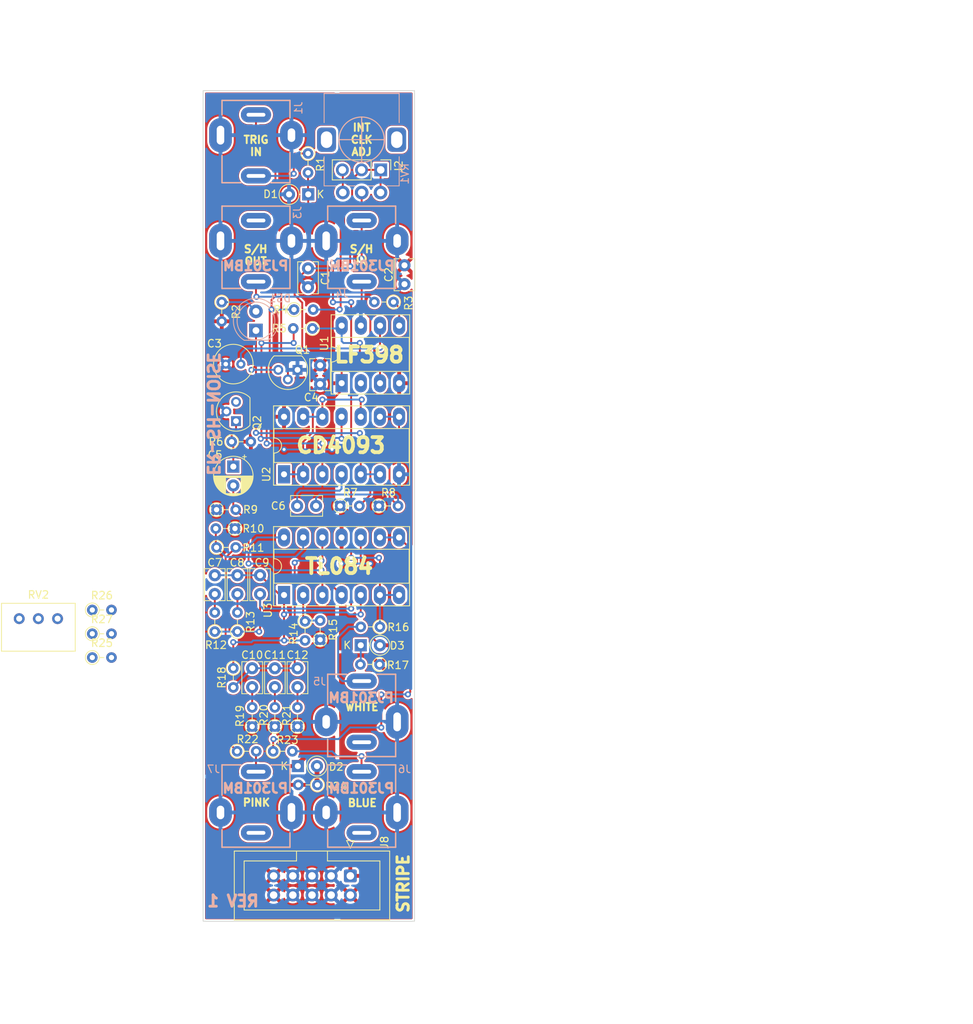
<source format=kicad_pcb>
(kicad_pcb (version 20211014) (generator pcbnew)
  (title_block (title "SYNTH-MIXER6-01") (date "2022-09-30") (rev "1") (company "LAND BOARDS, LLC"))
  (layers (0 "F.Cu" signal) (31 "B.Cu" signal) (34 "B.Paste" user) (35 "F.Paste" user) (36 "B.SilkS" user "B.Silkscreen") (37 "F.SilkS" user "F.Silkscreen") (38 "B.Mask" user) (39 "F.Mask" user) (44 "Edge.Cuts" user))
  (net 0 "")
  (net 1 "+12V")
  (net 2 "-12V")
  (net 3 "Net-(C1-Pad1)")
  (net 4 "Net-(C3-Pad1)")
  (net 5 "Net-(C6-Pad2)")
  (net 6 "Net-(C10-Pad2)")
  (net 7 "Net-(C11-Pad1)")
  (net 8 "Net-(C5-Pad1)")
  (net 9 "Net-(C5-Pad2)")
  (net 10 "Net-(C6-Pad1)")
  (net 11 "GND")
  (net 12 "Net-(C7-Pad1)")
  (net 13 "/NOISE_WB")
  (net 14 "Net-(C9-Pad1)")
  (net 15 "Net-(C8-Pad1)")
  (net 16 "Net-(D1-Pad1)")
  (net 17 "/INT_CLK")
  (net 18 "Net-(C12-Pad1)")
  (net 19 "/TRIG_IN")
  (net 20 "Net-(DS1-Pad2)")
  (net 21 "Net-(R5-Pad1)")
  (net 22 "Net-(C10-Pad1)")
  (net 23 "Net-(DS1-Pad1)")
  (net 24 "/WHITEUB")
  (net 25 "Net-(J2-Pad1)")
  (net 26 "Net-(J2-Pad3)")
  (net 27 "/SH_OUT")
  (net 29 "Net-(R5-Pad2)")
  (net 33 "Net-(R3-Pad1)")
  (net 34 "Net-(R10-Pad2)")
  (net 35 "Net-(R11-Pad2)")
  (net 36 "Net-(R14-Pad1)")
  (net 37 "/PINK")
  (net 38 "/BLUE")
  (net 39 "/SH_IN")
  (net 40 "/WHITE")
  (net 41 "Net-(R23-Pad1)")
  (net 44 "Net-(U2-Pad10)")
  (net 45 "Net-(D2-Pad2)")
  (net 46 "Net-(D3-Pad1)")
  (net 47 "-12VA")
  (net 48 "+12VA")
  (net 49 "Net-(R15-Pad1)")
  (net 50 "Net-(U3-Pad6)")
  (footprint "Package_DIP:DIP-8_W7.62mm_Socket_LongPads" (layer "F.Cu") (at 116.850008 48.249992 90)
    (fp_text reference "U1")
    (fp_text value "LF398_DIP8")
  )
  (footprint "Resistor_THT:R_Axial_DIN0204_L3.6mm_D1.6mm_P2.54mm_Vertical" (layer "F.Cu") (at 105 93.72 90)
    (fp_text reference "R19")
    (fp_text value "2K")
  )
  (footprint "Diode_THT:D_DO-35_SOD27_P2.54mm_Vertical_KathodeUp" (layer "F.Cu") (at 111.045515 98.9584)
    (fp_text reference "D2")
    (fp_text value "1N4148")
  )
  (footprint "Resistor_THT:R_Axial_DIN0204_L3.6mm_D1.6mm_P2.54mm_Vertical" (layer "F.Cu") (at 102.28 56)
    (fp_text reference "R6")
    (fp_text value "100K")
  )
  (footprint "Package_DIP:DIP-14_W7.62mm_Socket_LongPads" (layer "F.Cu") (at 109.214996 60.314992 90)
    (fp_text reference "U2")
    (fp_text value "CD4093")
  )
  (footprint "Capacitor_THT:C_Rect_L4.0mm_W2.5mm_P2.50mm" (layer "F.Cu") (at 111.000007 88.500001 90)
    (fp_text reference "C12")
    (fp_text value "33nF")
  )
  (footprint "Capacitor_THT:C_Rect_L4.0mm_W2.5mm_P2.50mm" (layer "F.Cu") (at 112.395 33.03999 -90)
    (fp_text reference "C1")
    (fp_text value "1nF")
  )
  (footprint "Resistor_THT:R_Axial_DIN0204_L3.6mm_D1.6mm_P2.54mm_Vertical" (layer "F.Cu") (at 103.045 81.15 90)
    (fp_text reference "R13")
    (fp_text value "100K")
  )
  (footprint "Resistor_THT:R_Axial_DIN0204_L3.6mm_D1.6mm_P2.54mm_Vertical" (layer "F.Cu") (at 112.98 41 180)
    (fp_text reference "R5")
    (fp_text value "5.6K")
  )
  (footprint "Resistor_THT:R_Axial_DIN0204_L3.6mm_D1.6mm_P2.54mm_Vertical" (layer "F.Cu") (at 123.72 37.5 180)
    (fp_text reference "R3")
    (fp_text value "1K")
  )
  (footprint "Connector_PinHeader_2.54mm:PinHeader_1x03_P2.54mm_Vertical" (layer "F.Cu") (at 122.025004 20.000001 -90)
    (fp_text reference "J2")
    (fp_text value "JUMPER, 1x3 (DNP)")
  )
  (footprint "Resistor_THT:R_Axial_DIN0204_L3.6mm_D1.6mm_P2.54mm_Vertical" (layer "F.Cu") (at 83.82 81.432)
    (fp_text reference "R27")
    (fp_text value "24K")
  )
  (footprint "Diode_THT:D_DO-35_SOD27_P2.54mm_Vertical_KathodeUp" (layer "F.Cu") (at 119.38 82.9564)
    (fp_text reference "D3")
    (fp_text value "1N4148")
  )
  (footprint "Resistor_THT:R_Axial_DIN0204_L3.6mm_D1.6mm_P2.54mm_Vertical" (layer "F.Cu") (at 102.5 86 -90)
    (fp_text reference "R18")
    (fp_text value "100K")
  )
  (footprint "Connector_IDC:IDC-Header_2x05_P2.54mm_Vertical" (layer "F.Cu") (at 118 113.5 -90)
    (fp_text reference "J8")
    (fp_text value "HDR, IDC, 2x5")
  )
  (footprint "Resistor_THT:R_Axial_DIN0204_L3.6mm_D1.6mm_P2.54mm_Vertical" (layer "F.Cu") (at 100.28 70)
    (fp_text reference "R11")
    (fp_text value "100K")
  )
  (footprint "Resistor_THT:R_Axial_DIN0204_L3.6mm_D1.6mm_P2.54mm_Vertical" (layer "F.Cu") (at 107.78 97)
    (fp_text reference "R23")
    (fp_text value "1K")
  )
  (footprint "Capacitor_THT:C_Rect_L4.0mm_W2.5mm_P2.50mm" (layer "F.Cu") (at 100.045012 76.18001 90)
    (fp_text reference "C7")
    (fp_text value "1nF")
  )
  (footprint "Diode_THT:D_DO-35_SOD27_P2.54mm_Vertical_KathodeUp" (layer "F.Cu") (at 112.423686 23.241 180)
    (fp_text reference "D1")
    (fp_text value "1N4148")
  )
  (footprint "Capacitor_THT:CP_Radial_D5.0mm_P2.50mm" (layer "F.Cu") (at 102.5 59.294888 -90)
    (fp_text reference "C5")
    (fp_text value "1uF")
  )
  (footprint "Resistor_THT:R_Axial_DIN0204_L3.6mm_D1.6mm_P2.54mm_Vertical" (layer "F.Cu") (at 110.54 38.5)
    (fp_text reference "R4")
    (fp_text value "2.2K")
  )
  (footprint "Resistor_THT:R_Axial_DIN0204_L3.6mm_D1.6mm_P2.54mm_Vertical" (layer "F.Cu") (at 100.965 37.515 -90)
    (fp_text reference "R2")
    (fp_text value "2.2K")
  )
  (footprint "Resistor_THT:R_Axial_DIN0204_L3.6mm_D1.6mm_P2.54mm_Vertical" (layer "F.Cu") (at 114 82.22 90)
    (fp_text reference "R15")
    (fp_text value "560")
  )
  (footprint "Resistor_THT:R_Axial_DIN0204_L3.6mm_D1.6mm_P2.54mm_Vertical" (layer "F.Cu") (at 108 93.72 90)
    (fp_text reference "R20")
    (fp_text value "10K")
  )
  (footprint "Resistor_THT:R_Axial_DIN0204_L3.6mm_D1.6mm_P2.54mm_Vertical" (layer "F.Cu") (at 100.28 65)
    (fp_text reference "R9")
    (fp_text value "100K")
  )
  (footprint "Package_DIP:DIP-14_W7.62mm_Socket_LongPads" (layer "F.Cu") (at 109.214996 76.3 90)
    (fp_text reference "U3")
    (fp_text value "TL084")
  )
  (footprint "Resistor_THT:R_Axial_DIN0204_L3.6mm_D1.6mm_P2.54mm_Vertical" (layer "F.Cu") (at 83.82 84.582)
    (fp_text reference "R25")
    (fp_text value "180")
  )
  (footprint "Resistor_THT:R_Axial_DIN0204_L3.6mm_D1.6mm_P2.54mm_Vertical" (layer "F.Cu") (at 121.78 64.5)
    (fp_text reference "R8")
    (fp_text value "10K")
  )
  (footprint "Resistor_THT:R_Axial_DIN0204_L3.6mm_D1.6mm_P2.54mm_Vertical" (layer "F.Cu") (at 112 79.78 -90)
    (fp_text reference "R14")
    (fp_text value "100K")
  )
  (footprint "Capacitor_THT:C_Rect_L4.0mm_W2.5mm_P2.50mm" (layer "F.Cu") (at 106.045 76.18001 90)
    (fp_text reference "C9")
    (fp_text value "1nF")
  )
  (footprint "Resistor_THT:R_Axial_DIN0204_L3.6mm_D1.6mm_P2.54mm_Vertical" (layer "F.Cu") (at 116.65 64.5)
    (fp_text reference "R7")
    (fp_text value "1.8K")
  )
  (footprint "Potentiometer_THT:Potentiometer_Bourns_3299W_Vertical" (layer "F.Cu") (at 79.22 79.432)
    (fp_text reference "RV2")
    (fp_text value "50K")
  )
  (footprint "Resistor_THT:R_Axial_DIN0204_L3.6mm_D1.6mm_P2.54mm_Vertical" (layer "F.Cu") (at 112.395 17.83 -90)
    (fp_text reference "R1")
    (fp_text value "4.7K")
  )
  (footprint "Resistor_THT:R_Axial_DIN0204_L3.6mm_D1.6mm_P2.54mm_Vertical" (layer "F.Cu") (at 83.82 78.282)
    (fp_text reference "R26")
    (fp_text value "820")
  )
  (footprint "Capacitor_THT:C_Rect_L4.0mm_W2.5mm_P2.50mm" (layer "F.Cu") (at 110.95499 64.5)
    (fp_text reference "C6")
    (fp_text value "470pF")
  )
  (footprint "Package_TO_SOT_THT:TO-92" (layer "F.Cu") (at 102.86 53.27 90)
    (fp_text reference "Q2")
    (fp_text value "2N3904")
  )
  (footprint "Capacitor_THT:C_Rect_L4.0mm_W2.5mm_P2.50mm" (layer "F.Cu") (at 103.045006 76.18001 90)
    (fp_text reference "C8")
    (fp_text value "1nF")
  )
  (footprint "Package_TO_SOT_THT:TO-92" (layer "F.Cu") (at 110.998 46.482 180)
    (fp_text reference "Q1")
    (fp_text value "2N3904")
  )
  (footprint "Resistor_THT:R_Axial_DIN0204_L3.6mm_D1.6mm_P2.54mm_Vertical" (layer "F.Cu") (at 103 97)
    (fp_text reference "R22")
    (fp_text value "1K")
  )
  (footprint "Resistor_THT:R_Axial_DIN0204_L3.6mm_D1.6mm_P2.54mm_Vertical" (layer "F.Cu") (at 111 93.72 90)
    (fp_text reference "R21")
    (fp_text value "51K")
  )
  (footprint "Resistor_THT:R_Axial_DIN0204_L3.6mm_D1.6mm_P2.54mm_Vertical" (layer "F.Cu") (at 113.6404 101.4476 180)
    (fp_text reference "R24")
    (fp_text value "10")
  )
  (footprint "Capacitor_THT:C_Rect_L4.0mm_W2.5mm_P2.50mm" (layer "F.Cu") (at 113.9952 45.8724 -90)
    (fp_text reference "C4")
    (fp_text value "0.1uF")
  )
  (footprint "Resistor_THT:R_Axial_DIN0204_L3.6mm_D1.6mm_P2.54mm_Vertical" (layer "F.Cu") (at 100.045 81.15 90)
    (fp_text reference "R12")
    (fp_text value "1M")
  )
  (footprint "Resistor_THT:R_Axial_DIN0204_L3.6mm_D1.6mm_P2.54mm_Vertical" (layer "F.Cu") (at 121.87 85.4964 180)
    (fp_text reference "R17")
    (fp_text value "10")
  )
  (footprint "Resistor_THT:R_Axial_DIN0204_L3.6mm_D1.6mm_P2.54mm_Vertical" (layer "F.Cu") (at 121.9208 80.518 180)
    (fp_text reference "R16")
    (fp_text value "1K")
  )
  (footprint "Capacitor_THT:C_Radial_D5.0mm_H7.0mm_P2.00mm" (layer "F.Cu") (at 103.5 45.72 180)
    (fp_text reference "C3")
    (fp_text value "1nF Polystyrene")
  )
  (footprint "Capacitor_THT:C_Rect_L4.0mm_W2.5mm_P2.50mm" (layer "F.Cu") (at 104.999993 88.500001 90)
    (fp_text reference "C10")
    (fp_text value "330pF")
  )
  (footprint "Resistor_THT:R_Axial_DIN0204_L3.6mm_D1.6mm_P2.54mm_Vertical" (layer "F.Cu") (at 102.72 67.5 180)
    (fp_text reference "R10")
    (fp_text value "22K")
  )
  (footprint "Capacitor_THT:C_Rect_L4.0mm_W2.5mm_P2.50mm" (layer "F.Cu") (at 108.000013 88.500001 90)
    (fp_text reference "C11")
    (fp_text value "3.3nF")
  )
  (footprint "Capacitor_THT:C_Rect_L4.0mm_W2.5mm_P2.50mm" (layer "F.Cu") (at 125.1712 32.63359 -90)
    (fp_text reference "C2")
    (fp_text value "0.1uF")
  )
  (footprint "AudioJacks:Jack_3.5mm_QingPu_WQP-PJ301BM_Vertical" (layer "B.Cu") (at 119.5 92.5 180)
    (fp_text reference "J5")
    (fp_text value "PJ-301BM")
  )
  (footprint "AudioJacks:Jack_3.5mm_QingPu_WQP-PJ301BM_Vertical" (layer "B.Cu") (at 105.5 16)
    (fp_text reference "J1")
    (fp_text value "PJ-301BM")
  )
  (footprint "AudioJacks:Jack_3.5mm_QingPu_WQP-PJ301BM_Vertical" (layer "B.Cu") (at 105.5 104.5 180)
    (fp_text reference "J7")
    (fp_text value "PJ-301BM")
  )
  (footprint "AudioJacks:Jack_3.5mm_QingPu_WQP-PJ301BM_Vertical" (layer "B.Cu") (at 105.5 30)
    (fp_text reference "J3")
    (fp_text value "PJ-301BM")
  )
  (footprint "AudioJacks:Jack_3.5mm_QingPu_WQP-PJ301BM_Vertical" (layer "B.Cu") (at 119.5 104.5 180)
    (fp_text reference "J6")
    (fp_text value "PJ-301BM")
  )
  (footprint "LandBoards_Conns:RV09ACF" (layer "B.Cu") (at 119.5 16 90)
    (fp_text reference "RV1")
    (fp_text value "1M(B)")
  )
  (footprint "AudioJacks:Jack_3.5mm_QingPu_WQP-PJ301BM_Vertical" (layer "B.Cu") (at 119.5 30)
    (fp_text reference "J4")
    (fp_text value "PJ-301BM")
  )
  (footprint "LED_THT:LED_D5.0mm" (layer "B.Cu") (at 105.499992 41.275 90)
    (fp_text reference "DS1")
    (fp_text value "LED")
  )
  (gr_rect (start 98.5 9.499996) (end 126.5 119.499996) (layer "Edge.Cuts") (width 0.1) (fill none))
  (gr_text "PJ301BM" (at 119.4308 89.916) (layer "B.SilkS") (effects (font (size 1.27 1.27) (thickness 0.3175)) (justify mirror)))
  (gr_text "PJ301BM" (at 105.4608 32.7152) (layer "B.SilkS") (effects (font (size 1.27 1.27) (thickness 0.3175)) (justify mirror)))
  (gr_text "PJ301BM" (at 119.4816 101.9048) (layer "B.SilkS") (effects (font (size 1.27 1.27) (thickness 0.3175)) (justify mirror)))
  (gr_text "REV 1" (at 102.4636 116.84) (layer "B.SilkS") (effects (font (size 1.5 1.5) (thickness 0.375)) (justify mirror)))
  (gr_text "ER-SH-NOISE" (at 99.822 52.324 270) (layer "B.SilkS") (effects (font (size 1.5 1.5) (thickness 0.375)) (justify mirror)))
  (gr_text "PJ301BM" (at 105.41 101.9048) (layer "B.SilkS") (effects (font (size 1.27 1.27) (thickness 0.3175)) (justify mirror)))
  (gr_text "PJ301BM" (at 119.5324 32.7152) (layer "B.SilkS") (effects (font (size 1.27 1.27) (thickness 0.3175)) (justify mirror)))
  (gr_text "INT\nCLK\nADJ" (at 119.5 16) (layer "F.SilkS") (effects (font (size 1 1) (thickness 0.25))))
  (gr_text "PINK" (at 105.5624 103.7844) (layer "F.SilkS") (effects (font (size 1 1) (thickness 0.25))))
  (gr_text "STRIPE" (at 125 114.5 90) (layer "F.SilkS") (effects (font (size 1.5 1.5) (thickness 0.375))))
  (gr_text "LF398" (at 120.5 44.5) (layer "F.SilkS") (effects (font (size 2 2) (thickness 0.5))))
  (gr_text "WHITE" (at 119.5324 91.1352) (layer "F.SilkS") (effects (font (size 1 1) (thickness 0.25))))
  (gr_text "TRIG\nIN" (at 105.5116 16.8148) (layer "F.SilkS") (effects (font (size 1 1) (thickness 0.25))))
  (gr_text "TL084" (at 116.5 72.5) (layer "F.SilkS") (effects (font (size 2 2) (thickness 0.5))))
  (gr_text "BLUE" (at 119.5832 103.8352) (layer "F.SilkS") (effects (font (size 1 1) (thickness 0.25))))
  (gr_text "S/H\nIN" (at 119.4816 31.2928) (layer "F.SilkS") (effects (font (size 1 1) (thickness 0.25))))
  (gr_text "S/H\nOUT" (at 105.4608 31.2928) (layer "F.SilkS") (effects (font (size 1 1) (thickness 0.25))))
  (gr_text "CD4093" (at 116.7384 56.4896) (layer "F.SilkS") (effects (font (size 2 2) (thickness 0.5))))
  (segment (start 116.850008 48.249992) (end 116.850008 46.492008) (width 0.25) (layer "F.Cu") (net 1))
  (segment (start 116.850008 49.215192) (end 115.7224 50.3428) (width 0.25) (layer "F.Cu") (net 1))
  (segment (start 116.850008 46.492008) (end 116.1288 45.7708) (width 0.25) (layer "F.Cu") (net 1))
  (segment (start 109.215 57.018) (end 109.215 52.695) (width 0.25) (layer "F.Cu") (net 1))
  (segment (start 115.57 75.035) (end 115.57 68.707) (width 0.25) (layer "F.Cu") (net 1))
  (segment (start 116.835 76.3) (end 115.57 75.035) (width 0.25) (layer "F.Cu") (net 1))
  (segment (start 116.1288 45.7708) (end 115.7224 45.7708) (width 0.25) (layer "F.Cu") (net 1))
  (segment (start 111.045515 98.707685) (end 112.1664 97.5868) (width 0.635) (layer "F.Cu") (net 1))
  (segment (start 109.22 57.023) (end 109.215 57.018) (width 0.25) (layer "F.Cu") (net 1))
  (segment (start 115.57 68.707) (end 115.57 57.023) (width 0.25) (layer "F.Cu") (net 1))
  (via (at 115.57 57.023) (size 0.8) (drill 0.4) (layers "F.Cu" "B.Cu") (net 1))
  (via (at 109.22 57.023) (size 0.8) (drill 0.4) (layers "F.Cu" "B.Cu") (net 1))
  (segment (start 115.57 57.023) (end 109.22 57.023) (width 0.25) (layer "B.Cu") (net 1))
  (segment (start 116.84 72.136) (end 116.834996 72.130996) (width 0.25) (layer "F.Cu") (net 2))
  (segment (start 120.65 81.6864) (end 120.65 72.136) (width 0.25) (layer "F.Cu") (net 2))
  (segment (start 116.834996 72.130996) (end 116.834996 68.68) (width 0.25) (layer "F.Cu") (net 2))
  (segment (start 121.92 82.9564) (end 120.65 81.6864) (width 0.25) (layer "F.Cu") (net 2))
  (via (at 116.84 72.136) (size 0.8) (drill 0.4) (layers "F.Cu" "B.Cu") (net 2))
  (via (at 120.65 72.136) (size 0.8) (drill 0.4) (layers "F.Cu" "B.Cu") (net 2))
  (segment (start 120.65 72.136) (end 116.84 72.136) (width 0.25) (layer "B.Cu") (net 2))
  (segment (start 113.03 54.737) (end 111.755 56.012) (width 0.25) (layer "F.Cu") (net 3))
  (segment (start 112.395 33.03999) (end 110.617 34.81799) (width 0.25) (layer "F.Cu") (net 3))
  (segment (start 117.17548 27.38648) (end 117.983 28.194) (width 0.25) (layer "F.Cu") (net 3))
  (segment (start 119.49999 24.75799) (end 119.49999 24.77201) (width 0.25) (layer "F.Cu") (net 3))
  (segment (start 117.17548 25.69952) (end 117.17548 27.38648) (width 0.25) (layer "F.Cu") (net 3))
  (segment (start 112.3696 50.1396) (end 113.03 50.8) (width 0.25) (layer "F.Cu") (net 3))
  (segment (start 111.633 37.592) (end 111.633 43.561) (width 0.25) (layer "F.Cu") (net 3))
  (segment (start 110.617 36.576) (end 111.633 37.592) (width 0.25) (layer "F.Cu") (net 3))
  (segment (start 111.633 43.561) (end 112.3696 44.2976) (width 0.25) (layer "F.Cu") (net 3))
  (segment (start 110.617 34.81799) (end 110.617 36.576) (width 0.25) (layer "F.Cu") (net 3))
  (segment (start 111.755 56.012) (end 111.755 60.315) (width 0.25) (layer "F.Cu") (net 3))
  (segment (start 113.03 50.8) (end 113.03 54.737) (width 0.25) (layer "F.Cu") (net 3))
  (segment (start 118.10299 24.77201) (end 117.17548 25.69952) (width 0.25) (layer "F.Cu") (net 3))
  (segment (start 112.3696 44.2976) (end 112.3696 50.1396) (width 0.25) (layer "F.Cu") (net 3))
  (segment (start 119.49999 24.77201) (end 118.10299 24.77201) (width 0.25) (layer "F.Cu") (net 3))
  (segment (start 119.49999 23.049996) (end 119.49999 24.75799) (width 0.25) (layer "F.Cu") (net 3))
  (segment (start 117.983 28.194) (end 117.983 32.766) (width 0.25) (layer "F.Cu") (net 3))
  (via (at 117.983 32.766) (size 0.8) (drill 0.4) (layers "F.Cu" "B.Cu") (net 3))
  (segment (start 109.215 60.315) (end 111.755 60.315) (width 0.25) (layer "B.Cu") (net 3))
  (segment (start 117.70901 33.03999) (end 112.395 33.03999) (width 0.25) (layer "B.Cu") (net 3))
  (segment (start 117.983 32.766) (end 117.70901 33.03999) (width 0.25) (layer "B.Cu") (net 3))
  (segment (start 121.93 43.551) (end 121.92 43.561) (width 0.25) (layer "F.Cu") (net 4))
  (segment (start 121.93 40.63) (end 121.93 43.551) (width 0.25) (layer "F.Cu") (net 4))
  (via (at 121.92 43.561) (size 0.8) (drill 0.4) (layers "F.Cu" "B.Cu") (net 4))
  (segment (start 121.830489 43.650511) (end 104.177489 43.650511) (width 0.25) (layer "B.Cu") (net 4))
  (segment (start 104.177489 43.650511) (end 103.5 44.328) (width 0.25) (layer "B.Cu") (net 4))
  (segment (start 103.5 44.328) (end 103.5 45.72) (width 0.25) (layer "B.Cu") (net 4))
  (segment (start 121.92 43.561) (end 121.830489 43.650511) (width 0.25) (layer "B.Cu") (net 4))
  (segment (start 124.46 56.007) (end 124.455 56.002) (width 0.25) (layer "F.Cu") (net 5))
  (segment (start 123.19 63.37) (end 123.19 57.277) (width 0.25) (layer "F.Cu") (net 5))
  (segment (start 123.19 57.277) (end 124.46 56.007) (width 0.25) (layer "F.Cu") (net 5))
  (segment (start 124.32 64.5) (end 123.19 63.37) (width 0.25) (layer "F.Cu") (net 5))
  (segment (start 124.455 56.002) (end 124.455 52.695) (width 0.25) (layer "F.Cu") (net 5))
  (segment (start 124.079 62.992) (end 113.919 62.992) (width 0.25) (layer "B.Cu") (net 5))
  (segment (start 124.32 63.233) (end 124.079 62.992) (width 0.25) (layer "B.Cu") (net 5))
  (segment (start 124.32 64.5) (end 124.32 63.233) (width 0.25) (layer "B.Cu") (net 5))
  (segment (start 113.919 62.992) (end 113.45499 63.45601) (width 0.25) (layer "B.Cu") (net 5))
  (segment (start 113.45499 63.45601) (end 113.45499 64.5) (width 0.25) (layer "B.Cu") (net 5))
  (segment (start 124.455 52.695) (end 121.915 52.695) (width 0.25) (layer "B.Cu") (net 5))
  (segment (start 114.295 71.633) (end 114.173 71.755) (width 0.25) (layer "F.Cu") (net 6))
  (segment (start 114.295 68.68) (end 114.295 71.633) (width 0.25) (layer "F.Cu") (net 6))
  (segment (start 110.63048 85.630474) (end 110.63048 72.02248) (width 0.25) (layer "F.Cu") (net 6))
  (via (at 110.63048 72.02248) (size 0.8) (drill 0.4) (layers "F.Cu" "B.Cu") (net 6))
  (via (at 114.173 71.755) (size 0.8) (drill 0.4) (layers "F.Cu" "B.Cu") (net 6))
  (segment (start 110.63048 72.02248) (end 110.89796 71.755) (width 0.25) (layer "B.Cu") (net 6))
  (segment (start 104.999993 86.000001) (end 108.000013 86.000001) (width 0.25) (layer "B.Cu") (net 6))
  (segment (start 110.89796 71.755) (end 114.173 71.755) (width 0.25) (layer "B.Cu") (net 6))
  (segment (start 102.5 88.54) (end 104.999993 86.040007) (width 0.25) (layer "B.Cu") (net 6))
  (segment (start 111.000007 86.000001) (end 108.000013 86.000001) (width 0.25) (layer "B.Cu") (net 6))
  (segment (start 108.000013 88.500001) (end 108.000013 91.179987) (width 0.25) (layer "F.Cu") (net 7))
  (segment (start 102.5 59.294888) (end 102.5 56.22) (width 0.25) (layer "F.Cu") (net 8))
  (segment (start 102.86 54.366) (end 102.28 54.946) (width 0.25) (layer "F.Cu") (net 8))
  (segment (start 102.86 53.27) (end 102.86 54.366) (width 0.25) (layer "F.Cu") (net 8))
  (segment (start 102.28 54.946) (end 102.28 56) (width 0.25) (layer "F.Cu") (net 8))
  (segment (start 104.521 72.136) (end 104.521 66.701) (width 0.25) (layer "F.Cu") (net 9))
  (segment (start 104.521 66.701) (end 102.82 65) (width 0.25) (layer "F.Cu") (net 9))
  (segment (start 114.295 73.147) (end 114.173 73.025) (width 0.25) (layer "F.Cu") (net 9))
  (segment (start 114.295 76.3) (end 114.295 73.147) (width 0.25) (layer "F.Cu") (net 9))
  (segment (start 102.5 61.794888) (end 102.5 64.68) (width 0.25) (layer "F.Cu") (net 9))
  (via (at 114.173 73.025) (size 0.8) (drill 0.4) (layers "F.Cu" "B.Cu") (net 9))
  (via (at 104.521 72.136) (size 0.8) (drill 0.4) (layers "F.Cu" "B.Cu") (net 9))
  (segment (start 107.188 72.136) (end 104.521 72.136) (width 0.25) (layer "B.Cu") (net 9))
  (segment (start 108.077 73.025) (end 114.173 73.025) (width 0.25) (layer "B.Cu") (net 9))
  (segment (start 108.077 73.025) (end 107.188 72.136) (width 0.25) (layer "B.Cu") (net 9))
  (segment (start 110.95499 62.90801) (end 111.379 62.484) (width 0.25) (layer "B.Cu") (net 10))
  (segment (start 110.95499 64.5) (end 110.95499 62.90801) (width 0.25) (layer "B.Cu") (net 10))
  (segment (start 116.84 62.23) (end 116.835 62.225) (width 0.25) (layer "B.Cu") (net 10))
  (segment (start 116.586 62.484) (end 116.84 62.23) (width 0.25) (layer "B.Cu") (net 10))
  (segment (start 111.379 62.484) (end 116.586 62.484) (width 0.25) (layer "B.Cu") (net 10))
  (segment (start 116.835 62.225) (end 116.835 60.315) (width 0.25) (layer "B.Cu") (net 10))
  (segment (start 100.045012 76.18001) (end 100.045012 78.609988) (width 0.25) (layer "F.Cu") (net 12))
  (segment (start 102.5 86) (end 102.5 82.561) (width 0.25) (layer "F.Cu") (net 13))
  (segment (start 106.045 73.68001) (end 108.66499 76.3) (width 0.25) (layer "F.Cu") (net 13))
  (segment (start 119.375 76.3) (end 119.375 78.872) (width 0.25) (layer "F.Cu") (net 13))
  (segment (start 102.5 82.561) (end 102.489 82.55) (width 0.25) (layer "F.Cu") (net 13))
  (segment (start 109.215 82.291) (end 109.244 82.32) (width 0.25) (layer "F.Cu") (net 13))
  (segment (start 109.215 78.872) (end 109.215 82.291) (width 0.25) (layer "F.Cu") (net 13))
  (segment (start 109.215 76.3) (end 109.215 78.872) (width 0.25) (layer "F.Cu") (net 13))
  (via (at 109.215 78.872) (size 0.8) (drill 0.4) (layers "F.Cu" "B.Cu") (net 13))
  (via (at 109.244 82.32) (size 0.8) (drill 0.4) (layers "F.Cu" "B.Cu") (net 13))
  (via (at 102.489 82.55) (size 0.8) (drill 0.4) (layers "F.Cu" "B.Cu") (net 13))
  (via (at 119.375 78.872) (size 0.8) (drill 0.4) (layers "F.Cu" "B.Cu") (net 13))
  (segment (start 105.132 82.32) (end 109.244 82.32) (width 0.25) (layer "B.Cu") (net 13))
  (segment (start 100.045012 73.68001) (end 103.045006 73.68001) (width 0.25) (layer "B.Cu") (net 13))
  (segment (start 109.244 82.32) (end 112 82.32) (width 0.25) (layer "B.Cu") (net 13))
  (segment (start 109.215 78.872) (end 109.474 78.613) (width 0.25) (layer "B.Cu") (net 13))
  (segment (start 117.593386 78.613) (end 117.852386 78.872) (width 0.25) (layer "B.Cu") (net 13))
  (segment (start 104.902 82.55) (end 105.132 82.32) (width 0.25) (layer "B.Cu") (net 13))
  (segment (start 117.852386 78.872) (end 119.375 78.872) (width 0.25) (layer "B.Cu") (net 13))
  (segment (start 102.489 82.55) (end 104.902 82.55) (width 0.25) (layer "B.Cu") (net 13))
  (segment (start 103.045006 73.68001) (end 106.045 73.68001) (width 0.25) (layer "B.Cu") (net 13))
  (segment (start 109.474 78.613) (end 117.593386 78.613) (width 0.25) (layer "B.Cu") (net 13))
  (segment (start 119.375 72.395) (end 118.11 73.66) (width 0.25) (layer "F.Cu") (net 14))
  (segment (start 119.375 68.68) (end 119.375 72.395) (width 0.25) (layer "F.Cu") (net 14))
  (segment (start 106.045 81.026) (end 106.045 76.18001) (width 0.25) (layer "F.Cu") (net 14))
  (segment (start 105.918 81.153) (end 106.045 81.026) (width 0.25) (layer "F.Cu") (net 14))
  (segment (start 118.11 73.66) (end 118.11 78.105) (width 0.25) (layer "F.Cu") (net 14))
  (via (at 105.918 81.153) (size 0.8) (drill 0.4) (layers "F.Cu" "B.Cu") (net 14))
  (via (at 118.11 78.105) (size 0.8) (drill 0.4) (layers "F.Cu" "B.Cu") (net 14))
  (segment (start 106.045 77.724) (end 106.045 76.18001) (width 0.25) (layer "B.Cu") (net 14))
  (segment (start 118.11 78.105) (end 106.426 78.105) (width 0.25) (layer "B.Cu") (net 14))
  (segment (start 100.045 81.15) (end 103.045 81.15) (width 0.25) (layer "B.Cu") (net 14))
  (segment (start 103.045 81.15) (end 105.915 81.15) (width 0.25) (layer "B.Cu") (net 14))
  (segment (start 106.426 78.105) (end 106.045 77.724) (width 0.25) (layer "B.Cu") (net 14))
  (segment (start 105.915 81.15) (end 105.918 81.153) (width 0.25) (layer "B.Cu") (net 14))
  (segment (start 103.045006 76.18001) (end 103.045006 78.609994) (width 0.25) (layer "F.Cu") (net 15))
  (segment (start 112.423686 30.705314) (end 108.839 34.29) (width 0.25) (layer "F.Cu") (net 16))
  (segment (start 112.395 20.37) (end 112.395 23.212314) (width 0.25) (layer "F.Cu") (net 16))
  (segment (start 108.839 44.0182) (end 109.728 44.9072) (width 0.25) (layer "F.Cu") (net 16))
  (segment (start 109.728 44.9072) (end 109.728 47.752) (width 0.25) (layer "F.Cu") (net 16))
  (segment (start 112.423686 23.241) (end 112.423686 30.705314) (width 0.25) (layer "F.Cu") (net 16))
  (segment (start 108.839 34.29) (end 108.839 44.0182) (width 0.25) (layer "F.Cu") (net 16))
  (segment (start 107.569 37.211) (end 108.077 36.703) (width 0.25) (layer "F.Cu") (net 17))
  (segment (start 107.315 45.2882) (end 106.916383 45.686817) (width 0.25) (layer "F.Cu") (net 17))
  (segment (start 105.499992 12.699996) (end 105.499992 15.075992) (width 0.25) (layer "F.Cu") (net 17))
  (segment (start 107.569 38.481) (end 107.315 38.735) (width 0.25) (layer "F.Cu") (net 17))
  (segment (start 106.916383 45.686817) (end 106.916383 56.2235) (width 0.25) (layer "F.Cu") (net 17))
  (segment (start 114.295 60.315) (end 114.295 56.2285) (width 0.25) (layer "F.Cu") (net 17))
  (segment (start 107.315 38.735) (end 107.315 45.2882) (width 0.25) (layer "F.Cu") (net 17))
  (segment (start 105.499992 15.075992) (end 108.077 17.653) (width 0.25) (layer "F.Cu") (net 17))
  (segment (start 114.295 56.2285) (end 114.3 56.2235) (width 0.25) (layer "F.Cu") (net 17))
  (segment (start 108.077 17.653) (end 108.077 36.703) (width 0.25) (layer "F.Cu") (net 17))
  (segment (start 107.569 38.481) (end 107.569 37.211) (width 0.25) (layer "F.Cu") (net 17))
  (via (at 114.3 56.2235) (size 0.8) (drill 0.4) (layers "F.Cu" "B.Cu") (net 17))
  (via (at 106.916383 56.2235) (size 0.8) (drill 0.4) (layers "F.Cu" "B.Cu") (net 17))
  (via (at 107.569 38.481) (size 0.8) (drill 0.4) (layers "F.Cu" "B.Cu") (net 17))
  (segment (start 114.3 56.2235) (end 106.916383 56.2235) (width 0.25) (layer "B.Cu") (net 17))
  (segment (start 107.569 38.481) (end 107.588 38.5) (width 0.25) (layer "B.Cu") (net 17))
  (segment (start 107.588 38.5) (end 110.54 38.5) (width 0.25) (layer "B.Cu") (net 17))
  (segment (start 111.000007 88.500001) (end 111.000007 91.179993) (width 0.25) (layer "F.Cu") (net 18))
  (segment (start 110.5 20.5) (end 110.5 18) (width 0.25) (layer "F.Cu") (net 19))
  (segment (start 112.395 17.83) (end 110.67 17.83) (width 0.25) (layer "F.Cu") (net 19))
  (segment (start 110.5 18) (end 110.67 17.83) (width 0.25) (layer "F.Cu") (net 19))
  (via (at 110.5 20.5) (size 0.8) (drill 0.4) (layers "F.Cu" "B.Cu") (net 19))
  (segment (start 110.200004 20.799996) (end 110.5 20.5) (width 0.25) (layer "B.Cu") (net 19))
  (segment (start 105.499992 20.799996) (end 110.200004 20.799996) (width 0.25) (layer "B.Cu") (net 19))
  (segment (start 105.5 38.735) (end 104.28 37.515) (width 0.25) (layer "B.Cu") (net 20))
  (segment (start 104.28 37.515) (end 100.965 37.515) (width 0.25) (layer "B.Cu") (net 20))
  (segment (start 119.19 64.5) (end 120.65 63.04) (width 0.25) (layer "F.Cu") (net 21))
  (segment (start 119.253 45.212) (end 119.253 42.926) (width 0.25) (layer "F.Cu") (net 21))
  (segment (start 120.65 63.04) (end 120.65 46.609) (width 0.25) (layer "F.Cu") (net 21))
  (segment (start 119.253 45.212) (end 120.65 46.609) (width 0.25) (layer "F.Cu") (net 21))
  (via (at 119.253 42.926) (size 0.8) (drill 0.4) (layers "F.Cu" "B.Cu") (net 21))
  (segment (start 119.253 42.926) (end 117.094 42.926) (width 0.25) (layer "B.Cu") (net 21))
  (segment (start 117.094 42.926) (end 116.85 42.682) (width 0.25) (layer "B.Cu") (net 21))
  (segment (start 116.85 42.682) (end 116.85 40.63) (width 0.25) (layer "B.Cu") (net 21))
  (segment (start 112.98 41) (end 116.48 41) (width 0.25) (layer "B.Cu") (net 21))
  (segment (start 104.999993 88.500001) (end 104.999993 91.179993) (width 0.25) (layer "F.Cu") (net 22))
  (segment (start 105.5 41.275) (end 105.5 54.827) (width 0.25) (layer "F.Cu") (net 23))
  (segment (start 105.5 45.884) (end 104.902 46.482) (width 0.25) (layer "F.Cu") (net 23))
  (segment (start 119.253 54.864) (end 119.375 54.986) (width 0.25) (layer "F.Cu") (net 23))
  (segment (start 119.375 54.986) (end 119.375 60.315) (width 0.25) (layer "F.Cu") (net 23))
  (via (at 119.253 54.864) (size 0.8) (drill 0.4) (layers "F.Cu" "B.Cu") (net 23))
  (via (at 105.5 54.827) (size 0.8) (drill 0.4) (layers "F.Cu" "B.Cu") (net 23))
  (via (at 104.902 46.482) (size 0.8) (drill 0.4) (layers "F.Cu" "B.Cu") (net 23))
  (segment (start 108.458 46.482) (end 104.902 46.482) (width 0.25) (layer "B.Cu") (net 23))
  (segment (start 105.5 54.827) (end 105.537 54.864) (width 0.25) (layer "B.Cu") (net 23))
  (segment (start 105.537 54.864) (end 119.253 54.864) (width 0.25) (layer "B.Cu") (net 23))
  (segment (start 119.375 60.315) (end 121.915 60.315) (width 0.25) (layer "B.Cu") (net 23))
  (segment (start 115.697 37.5245) (end 115.697 32.31549) (width 0.25) (layer "F.Cu") (net 24))
  (segment (start 119.507 31.75) (end 119.5 31.743) (width 0.25) (layer "F.Cu") (net 24))
  (segment (start 118.11 71.374) (end 118.11 37.846) (width 0.25) (layer "F.Cu") (net 24))
  (segment (start 121.914996 71.495996) (end 121.793 71.374) (width 0.25) (layer "F.Cu") (net 24))
  (segment (start 119.5 31.743) (end 119.5 26.7) (width 0.25) (layer "F.Cu") (net 24))
  (segment (start 118.11 37.846) (end 118.11 37.5245) (width 0.25) (layer "F.Cu") (net 24))
  (segment (start 121.914996 76.3) (end 121.914996 71.495996) (width 0.25) (layer "F.Cu") (net 24))
  (via (at 115.697 32.31549) (size 0.8) (drill 0.4) (layers "F.Cu" "B.Cu") (net 24))
  (via (at 115.697 37.5245) (size 0.8) (drill 0.4) (layers "F.Cu" "B.Cu") (net 24))
  (via (at 118.11 71.374) (size 0.8) (drill 0.4) (layers "F.Cu" "B.Cu") (net 24))
  (via (at 119.507 31.75) (size 0.8) (drill 0.4) (layers "F.Cu" "B.Cu") (net 24))
  (via (at 121.793 71.374) (size 0.8) (drill 0.4) (layers "F.Cu" "B.Cu") (net 24))
  (via (at 118.11 37.5245) (size 0.8) (drill 0.4) (layers "F.Cu" "B.Cu") (net 24))
  (segment (start 115.697 32.31549) (end 116.26249 31.75) (width 0.25) (layer "B.Cu") (net 24))
  (segment (start 116.26249 31.75) (end 119.507 31.75) (width 0.25) (layer "B.Cu") (net 24))
  (segment (start 121.793 71.374) (end 118.11 71.374) (width 0.25) (layer "B.Cu") (net 24))
  (segment (start 124.455 76.3) (end 121.915 76.3) (width 0.25) (layer "B.Cu") (net 24))
  (segment (start 121.914996 76.3) (end 121.914996 80.512196) (width 0.25) (layer "B.Cu") (net 24))
  (segment (start 118.11 37.5245) (end 115.697 37.5245) (width 0.25) (layer "B.Cu") (net 24))
  (segment (start 118.237 21.248) (end 118.237 23.876) (width 0.25) (layer "F.Cu") (net 25))
  (segment (start 116.713 38.354) (end 116.586 38.481) (width 0.25) (layer "F.Cu") (net 25))
  (segment (start 116.713 25.4) (end 116.713 38.354) (width 0.25) (layer "F.Cu") (net 25))
  (segment (start 121.99999 23.049996) (end 121.99999 20.02501) (width 0.25) (layer "F.Cu") (net 25))
  (segment (start 119.485004 20.000001) (end 122.025004 20.000001) (width 0.254) (layer "F.Cu") (net 25))
  (segment (start 118.237 23.876) (end 116.713 25.4) (width 0.25) (layer "F.Cu") (net 25))
  (segment (start 119.485 20) (end 118.237 21.248) (width 0.25) (layer "F.Cu") (net 25))
  (via (at 116.586 38.481) (size 0.8) (drill 0.4) (layers "F.Cu" "B.Cu") (net 25))
  (segment (start 116.586 38.481) (end 116.567 38.5) (width 0.25) (layer "B.Cu") (net 25))
  (segment (start 116.567 38.5) (end 113.08 38.5) (width 0.25) (layer "B.Cu") (net 25))
  (segment (start 116.99999 23.049996) (end 116.99999 20.05499) (width 0.25) (layer "F.Cu") (net 26))
  (segment (start 105.5 36.733) (end 105.567 36.8) (width 0.25) (layer "F.Cu") (net 27))
  (segment (start 105.5 34.8) (end 105.5 36.733) (width 0.25) (layer "F.Cu") (net 27))
  (via (at 105.567 36.8) (size 0.8) (drill 0.4) (layers "F.Cu" "B.Cu") (net 27))
  (segment (start 120.48 36.8) (end 105.567 36.8) (width 0.25) (layer "B.Cu") (net 27))
  (segment (start 121.18 37.5) (end 120.48 36.8) (width 0.25) (layer "B.Cu") (net 27))
  (segment (start 116.835 55.5835) (end 116.84 55.5885) (width 0.25) (layer "F.Cu") (net 29))
  (segment (start 106.224511 42.926022) (end 106.2245 42.926011) (width 0.25) (layer "F.Cu") (net 29))
  (segment (start 110.49 42.926) (end 110.49 41.05) (width 0.25) (layer "F.Cu") (net 29))
  (segment (start 106.224511 43.232511) (end 106.224511 42.926022) (width 0.25) (layer "F.Cu") (net 29))
  (segment (start 106.129583 55.603293) (end 106.224511 55.508365) (width 0.25) (layer "F.Cu") (net 29))
  (segment (start 116.835 52.695) (end 116.835 55.5835) (width 0.25) (layer "F.Cu") (net 29))
  (segment (start 106.224511 55.508365) (end 106.224511 43.232511) (width 0.25) (layer "F.Cu") (net 29))
  (via (at 110.49 42.926) (size 0.8) (drill 0.4) (layers "F.Cu" "B.Cu") (net 29))
  (via (at 116.84 55.5885) (size 0.8) (drill 0.4) (layers "F.Cu" "B.Cu") (net 29))
  (via (at 106.2245 42.926011) (size 0.8) (drill 0.4) (layers "F.Cu" "B.Cu") (net 29))
  (via (at 106.129583 55.603293) (size 0.8) (drill 0.4) (layers "F.Cu" "B.Cu") (net 29))
  (segment (start 116.7505 55.499) (end 106.233876 55.499) (width 0.25) (layer "B.Cu") (net 29))
  (segment (start 116.84 55.5885) (end 116.7505 55.499) (width 0.25) (layer "B.Cu") (net 29))
  (segment (start 110.489989 42.926011) (end 110.49 42.926) (width 0.25) (layer "B.Cu") (net 29))
  (segment (start 106.233876 55.499) (end 106.129583 55.603293) (width 0.25) (layer "B.Cu") (net 29))
  (segment (start 106.2245 42.926011) (end 110.489989 42.926011) (width 0.25) (layer "B.Cu") (net 29))
  (segment (start 123.72 37.5) (end 124.47 38.25) (width 0.25) (layer "F.Cu") (net 33))
  (segment (start 124.47 38.25) (end 124.47 40.63) (width 0.25) (layer "F.Cu") (net 33))
  (segment (start 100.18 67.5) (end 100.18 69.9) (width 0.25) (layer "F.Cu") (net 34))
  (segment (start 101.527 71.247) (end 110.744 71.247) (width 0.25) (layer "B.Cu") (net 34))
  (segment (start 100.28 70) (end 101.527 71.247) (width 0.25) (layer "B.Cu") (net 34))
  (segment (start 110.744 71.247) (end 111.755 70.236) (width 0.25) (layer "B.Cu") (net 34))
  (segment (start 111.755 70.236) (end 111.755 68.68) (width 0.25) (layer "B.Cu") (net 34))
  (segment (start 102.82 70) (end 101.475489 71.344511) (width 0.25) (layer "F.Cu") (net 35))
  (segment (start 101.475489 95.475489) (end 103 97) (width 0.25) (layer "F.Cu") (net 35))
  (segment (start 101.475489 71.344511) (end 101.475489 95.475489) (width 0.25) (layer "F.Cu") (net 35))
  (segment (start 102.82 70) (end 104.317 70) (width 0.25) (layer "B.Cu") (net 35))
  (segment (start 104.317 70) (end 105.637 68.68) (width 0.25) (layer "B.Cu") (net 35))
  (segment (start 109.215 68.68) (end 105.637 68.68) (width 0.25) (layer "B.Cu") (net 35))
  (segment (start 111.755 76.3) (end 111.755 79.535) (width 0.25) (layer "F.Cu") (net 36))
  (segment (start 114 79.68) (end 112.1 79.68) (width 0.25) (layer "B.Cu") (net 36))
  (segment (start 105.499992 99.699994) (end 105.499992 97.040008) (width 0.25) (layer "F.Cu") (net 37))
  (segment (start 119.4816 97.6376) (end 119.4816 99.681604) (width 0.25) (layer "F.Cu") (net 38))
  (via (at 119.4816 97.6376) (size 0.8) (drill 0.4) (layers "F.Cu" "B.Cu") (net 38))
  (segment (start 115.5928 97) (end 116.2304 97.6376) (width 0.25) (layer "B.Cu") (net 38))
  (segment (start 110.32 97) (end 115.5928 97) (width 0.25) (layer "B.Cu") (net 38))
  (segment (start 116.2304 97.6376) (end 119.4816 97.6376) (width 0.25) (layer "B.Cu") (net 38))
  (segment (start 120.65 45.339) (end 120.65 39.608729) (width 0.25) (layer "F.Cu") (net 39))
  (segment (start 120.65 39.608729) (end 119.5 38.458729) (width 0.25) (layer "F.Cu") (net 39))
  (segment (start 121.93 48.25) (end 121.93 46.619) (width 0.25) (layer "F.Cu") (net 39))
  (segment (start 121.93 46.619) (end 120.65 45.339) (width 0.25) (layer "F.Cu") (net 39))
  (segment (start 119.5 38.458729) (end 119.5 34.8) (width 0.25) (layer "F.Cu") (net 39))
  (segment (start 119.3808 80.518) (end 117.7544 80.518) (width 0.25) (layer "B.Cu") (net 40))
  (segment (start 117.7544 80.518) (end 116.3828 81.8896) (width 0.25) (layer "B.Cu") (net 40))
  (segment (start 116.3828 81.8896) (end 116.3828 87.122) (width 0.25) (layer "B.Cu") (net 40))
  (segment (start 116.3828 87.122) (end 116.960793 87.699993) (width 0.25) (layer "B.Cu") (net 40))
  (segment (start 116.960793 87.699993) (end 119.49999 87.699993) (width 0.25) (layer "B.Cu") (net 40))
  (segment (start 122.100492 93.853109) (end 122.100492 89.481508) (width 0.25) (layer "F.Cu") (net 41))
  (segment (start 125.6284 89.4588) (end 125.9332 89.154) (width 0.25) (layer "F.Cu") (net 41))
  (segment (start 125.9332 89.154) (end 125.9332 70.158204) (width 0.25) (layer "F.Cu") (net 41))
  (segment (start 125.9332 70.158204) (end 124.454996 68.68) (width 0.25) (layer "F.Cu") (net 41))
  (segment (start 107.78 97) (end 107.78 95.42) (width 0.25) (layer "F.Cu") (net 41))
  (segment (start 107.78 95.42) (end 107.823 95.377) (width 0.25) (layer "F.Cu") (net 41))
  (via (at 125.6284 89.4588) (size 0.8) (drill 0.4) (layers "F.Cu" "B.Cu") (net 41))
  (via (at 107.823 95.377) (size 0.8) (drill 0.4) (layers "F.Cu" "B.Cu") (net 41))
  (via (at 122.100492 89.481508) (size 0.8) (drill 0.4) (layers "F.Cu" "B.Cu") (net 41))
  (via (at 122.100492 93.853109) (size 0.8) (drill 0.4) (layers "F.Cu" "B.Cu") (net 41))
  (segment (start 122.1232 89.4588) (end 125.6284 89.4588) (width 0.25) (layer "B.Cu") (net 41))
  (segment (start 122.100383 93.853) (end 122.100492 93.853109) (width 0.25) (layer "B.Cu") (net 41))
  (segment (start 117.983 93.853) (end 122.100383 93.853) (width 0.25) (layer "B.Cu") (net 41))
  (segment (start 121.915 68.68) (end 124.455 68.68) (width 0.25) (layer "B.Cu") (net 41))
  (segment (start 116.459 95.377) (end 117.983 93.853) (width 0.25) (layer "B.Cu") (net 41))
  (segment (start 107.823 95.377) (end 116.459 95.377) (width 0.25) (layer "B.Cu") (net 41))
  (segment (start 122.100492 89.481508) (end 122.1232 89.4588) (width 0.25) (layer "B.Cu") (net 41))
  (segment (start 119.375 52.695) (end 119.375 50.551) (width 0.25) (layer "F.Cu") (net 44))
  (segment (start 114.295 52.695) (end 114.295 50.424) (width 0.25) (layer "F.Cu") (net 44))
  (segment (start 114.295 50.424) (end 114.3 50.419) (width 0.25) (layer "F.Cu") (net 44))
  (segment (start 119.375 50.551) (end 119.507 50.419) (width 0.25) (layer "F.Cu") (net 44))
  (via (at 114.3 50.419) (size 0.8) (drill 0.4) (layers "F.Cu" "B.Cu") (net 44))
  (via (at 119.507 50.419) (size 0.8) (drill 0.4) (layers "F.Cu" "B.Cu") (net 44))
  (segment (start 119.507 50.419) (end 114.3 50.419) (width 0.25) (layer "B.Cu") (net 44))
  (segment (start 111.755 52.695) (end 114.295 52.695) (width 0.25) (layer "B.Cu") (net 44))
  (segment (start 113.585515 98.9584) (end 113.585515 101.392715) (width 0.635) (layer "F.Cu") (net 45))
  (segment (start 119.38 82.9564) (end 119.38 85.4464) (width 0.25) (layer "B.Cu") (net 46))
  (zone (net 48) (net_name "+12VA") (layer "F.Cu") (connect_pads (clearance 0.254)) (min_thickness 0.254) (fill yes (thermal_gap 0.508) (thermal_bridge_width 0.508))
    (polygon (pts (xy 115.9256 119.4816) (xy 98.5012 119.4816) (xy 98.3996 100.5332) (xy 115.9256 100.5332)))
  )
  (zone (net 2) (net_name "-12V") (layer "F.Cu") (connect_pads (clearance 0.254)) (min_thickness 0.254) (fill yes (thermal_gap 0.508) (thermal_bridge_width 0.508))
    (polygon (pts (xy 126.5 83.6352) (xy 116.5 83.6352) (xy 116.5 9.5) (xy 126.5 9.5)))
  )
  (zone (net 1) (net_name "+12V") (layer "F.Cu") (connect_pads (clearance 0.254)) (min_thickness 0.254) (fill yes (thermal_gap 0.508) (thermal_bridge_width 0.508))
    (polygon (pts (xy 116 100.1452) (xy 98.5 100.1452) (xy 98.5 9.5) (xy 116 9.5)))
  )
  (zone (net 47) (net_name "-12VA") (layer "F.Cu") (connect_pads (clearance 0.254)) (min_thickness 0.254) (fill yes (thermal_gap 0.508) (thermal_bridge_width 0.508))
    (polygon (pts (xy 126.492 119.4308) (xy 116.6368 119.4816) (xy 116.481589 84.028114) (xy 126.489189 83.977314)))
  )
  (zone (net 11) (net_name "GND") (layer "B.Cu") (connect_pads (clearance 0.3048)) (min_thickness 0.254) (fill yes (thermal_gap 0.508) (thermal_bridge_width 0.508))
    (polygon (pts (xy 126.4 119.499996) (xy 98.4 119.499996) (xy 98.5 9.499996) (xy 126.4 9.5)))
  )
)
</source>
